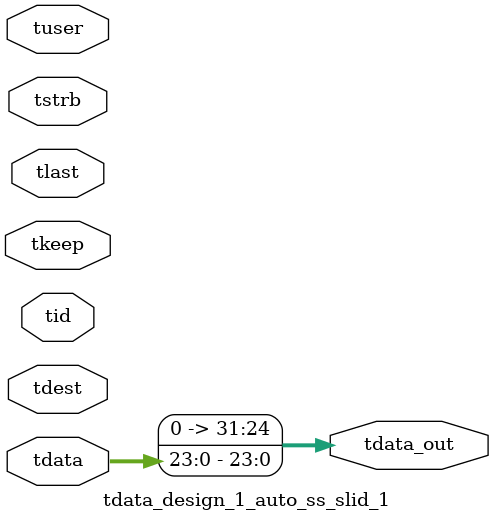
<source format=v>


`timescale 1ps/1ps

module tdata_design_1_auto_ss_slid_1 #
(
parameter C_S_AXIS_TDATA_WIDTH = 32,
parameter C_S_AXIS_TUSER_WIDTH = 0,
parameter C_S_AXIS_TID_WIDTH   = 0,
parameter C_S_AXIS_TDEST_WIDTH = 0,
parameter C_M_AXIS_TDATA_WIDTH = 32
)
(
input  [(C_S_AXIS_TDATA_WIDTH == 0 ? 1 : C_S_AXIS_TDATA_WIDTH)-1:0     ] tdata,
input  [(C_S_AXIS_TUSER_WIDTH == 0 ? 1 : C_S_AXIS_TUSER_WIDTH)-1:0     ] tuser,
input  [(C_S_AXIS_TID_WIDTH   == 0 ? 1 : C_S_AXIS_TID_WIDTH)-1:0       ] tid,
input  [(C_S_AXIS_TDEST_WIDTH == 0 ? 1 : C_S_AXIS_TDEST_WIDTH)-1:0     ] tdest,
input  [(C_S_AXIS_TDATA_WIDTH/8)-1:0 ] tkeep,
input  [(C_S_AXIS_TDATA_WIDTH/8)-1:0 ] tstrb,
input                                                                    tlast,
output [C_M_AXIS_TDATA_WIDTH-1:0] tdata_out
);

assign tdata_out = {tdata[23:0]};

endmodule


</source>
